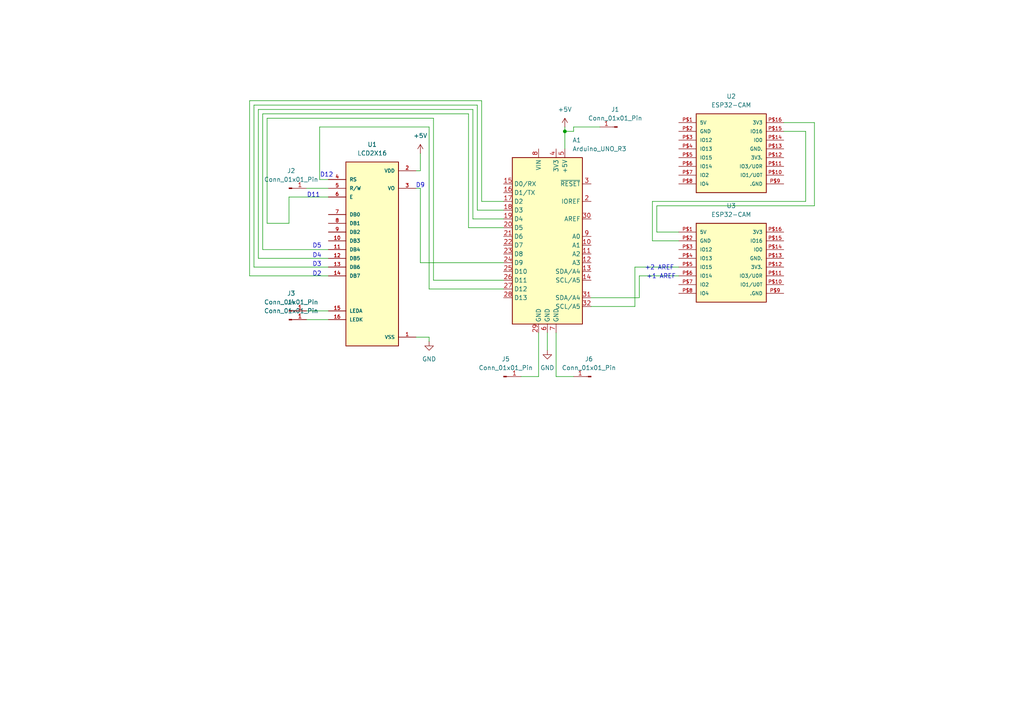
<source format=kicad_sch>
(kicad_sch (version 20231120) (generator "eeschema") (generator_version "8.0")
  (paper "A4")
  (lib_symbols
    (symbol "Connector:Conn_01x01_Pin" (pin_names (offset 1.016) hide)
      (property "Reference" "J" (at 0 2.54 0))
      (property "Value" "Conn_01x01_Pin" (at 0 -2.54 0))
      (symbol "Conn_01x01_Pin_1_1"
        (polyline (pts (xy 1.27 0) (xy 0.8636 0)) (stroke (width 0.1524)))
        (rectangle (start 0.8636 0.127) (end 0 -0.127) (stroke (width 0.1524)) (fill (type outline)))
        (pin passive line (at 5.08 0 180) (length 3.81) (name "Pin_1") (number "1"))
      )
    )
    (symbol "ESP32-CAM:ESP32-CAM" (pin_names (offset 1.016))
      (property "Reference" "U" (at -10.16 20.32 0))
      (property "Value" "ESP32-CAM" (at 0 0 0))
      (symbol "ESP32-CAM_0_0"
        (rectangle (start -10.16 -5.08) (end 10.16 17.78) (stroke (width 0.254)) (fill (type background)))
        (pin bidirectional line (at -15.24 15.24 0) (length 5.08) (name "5V") (number "P$1"))
        (pin bidirectional line (at 15.24 0 180) (length 5.08) (name "IO1/U0T") (number "P$10"))
        (pin bidirectional line (at 15.24 2.54 180) (length 5.08) (name "IO3/U0R") (number "P$11"))
        (pin bidirectional line (at 15.24 5.08 180) (length 5.08) (name "3V3.") (number "P$12"))
        (pin bidirectional line (at 15.24 7.62 180) (length 5.08) (name "GND.") (number "P$13"))
        (pin bidirectional line (at 15.24 10.16 180) (length 5.08) (name "IO0") (number "P$14"))
        (pin bidirectional line (at 15.24 12.7 180) (length 5.08) (name "IO16") (number "P$15"))
        (pin bidirectional line (at 15.24 15.24 180) (length 5.08) (name "3V3") (number "P$16"))
        (pin bidirectional line (at -15.24 12.7 0) (length 5.08) (name "GND") (number "P$2"))
        (pin bidirectional line (at -15.24 10.16 0) (length 5.08) (name "IO12") (number "P$3"))
        (pin bidirectional line (at -15.24 7.62 0) (length 5.08) (name "IO13") (number "P$4"))
        (pin bidirectional line (at -15.24 5.08 0) (length 5.08) (name "IO15") (number "P$5"))
        (pin bidirectional line (at -15.24 2.54 0) (length 5.08) (name "IO14") (number "P$6"))
        (pin bidirectional line (at -15.24 0 0) (length 5.08) (name "IO2") (number "P$7"))
        (pin bidirectional line (at -15.24 -2.54 0) (length 5.08) (name "IO4") (number "P$8"))
        (pin bidirectional line (at 15.24 -2.54 180) (length 5.08) (name ".GND") (number "P$9"))
      )
    )
    (symbol "LCD 16x4(16x2) Display:LCD2X16" (pin_names (offset 1.016))
      (property "Reference" "U" (at -7.62 25.4 0))
      (property "Value" "LCD2X16" (at -7.62 -30.48 0))
      (symbol "LCD2X16_0_0"
        (rectangle (start -7.62 -27.94) (end 7.62 25.4) (stroke (width 0.254)) (fill (type background)))
        (pin power_in line (at 12.7 -25.4 180) (length 5.08) (name "VSS") (number "1"))
        (pin bidirectional line (at -12.7 2.54 0) (length 5.08) (name "DB3") (number "10"))
        (pin bidirectional line (at -12.7 0 0) (length 5.08) (name "DB4") (number "11"))
        (pin bidirectional line (at -12.7 -2.54 0) (length 5.08) (name "DB5") (number "12"))
        (pin bidirectional line (at -12.7 -5.08 0) (length 5.08) (name "DB6") (number "13"))
        (pin bidirectional line (at -12.7 -7.62 0) (length 5.08) (name "DB7") (number "14"))
        (pin passive line (at -12.7 -17.78 0) (length 5.08) (name "LEDA") (number "15"))
        (pin passive line (at -12.7 -20.32 0) (length 5.08) (name "LEDK") (number "16"))
        (pin power_in line (at 12.7 22.86 180) (length 5.08) (name "VDD") (number "2"))
        (pin passive line (at 12.7 17.78 180) (length 5.08) (name "VO") (number "3"))
        (pin input line (at -12.7 20.32 0) (length 5.08) (name "RS") (number "4"))
        (pin input line (at -12.7 17.78 0) (length 5.08) (name "R/W") (number "5"))
        (pin input line (at -12.7 15.24 0) (length 5.08) (name "E") (number "6"))
        (pin bidirectional line (at -12.7 10.16 0) (length 5.08) (name "DB0") (number "7"))
        (pin bidirectional line (at -12.7 7.62 0) (length 5.08) (name "DB1") (number "8"))
        (pin bidirectional line (at -12.7 5.08 0) (length 5.08) (name "DB2") (number "9"))
      )
    )
    (symbol "MCU_Module:Arduino_UNO_R3"
      (property "Reference" "A" (at -10.16 23.495 0))
      (property "Value" "Arduino_UNO_R3" (at 5.08 -26.67 0))
      (symbol "Arduino_UNO_R3_0_1"
        (rectangle (start -10.16 22.86) (end 10.16 -25.4) (stroke (width 0.254)) (fill (type background)))
      )
      (symbol "Arduino_UNO_R3_1_1"
        (pin no_connect line (at -10.16 -20.32 0) (length 2.54) hide (name "NC") (number "1"))
        (pin bidirectional line (at 12.7 -2.54 180) (length 2.54) (name "A1") (number "10"))
        (pin bidirectional line (at 12.7 -5.08 180) (length 2.54) (name "A2") (number "11"))
        (pin bidirectional line (at 12.7 -7.62 180) (length 2.54) (name "A3") (number "12"))
        (pin bidirectional line (at 12.7 -10.16 180) (length 2.54) (name "SDA/A4") (number "13"))
        (pin bidirectional line (at 12.7 -12.7 180) (length 2.54) (name "SCL/A5") (number "14"))
        (pin bidirectional line (at -12.7 15.24 0) (length 2.54) (name "D0/RX") (number "15"))
        (pin bidirectional line (at -12.7 12.7 0) (length 2.54) (name "D1/TX") (number "16"))
        (pin bidirectional line (at -12.7 10.16 0) (length 2.54) (name "D2") (number "17"))
        (pin bidirectional line (at -12.7 7.62 0) (length 2.54) (name "D3") (number "18"))
        (pin bidirectional line (at -12.7 5.08 0) (length 2.54) (name "D4") (number "19"))
        (pin output line (at 12.7 10.16 180) (length 2.54) (name "IOREF") (number "2"))
        (pin bidirectional line (at -12.7 2.54 0) (length 2.54) (name "D5") (number "20"))
        (pin bidirectional line (at -12.7 0 0) (length 2.54) (name "D6") (number "21"))
        (pin bidirectional line (at -12.7 -2.54 0) (length 2.54) (name "D7") (number "22"))
        (pin bidirectional line (at -12.7 -5.08 0) (length 2.54) (name "D8") (number "23"))
        (pin bidirectional line (at -12.7 -7.62 0) (length 2.54) (name "D9") (number "24"))
        (pin bidirectional line (at -12.7 -10.16 0) (length 2.54) (name "D10") (number "25"))
        (pin bidirectional line (at -12.7 -12.7 0) (length 2.54) (name "D11") (number "26"))
        (pin bidirectional line (at -12.7 -15.24 0) (length 2.54) (name "D12") (number "27"))
        (pin bidirectional line (at -12.7 -17.78 0) (length 2.54) (name "D13") (number "28"))
        (pin power_in line (at -2.54 -27.94 90) (length 2.54) (name "GND") (number "29"))
        (pin input line (at 12.7 15.24 180) (length 2.54) (name "~{RESET}") (number "3"))
        (pin input line (at 12.7 5.08 180) (length 2.54) (name "AREF") (number "30"))
        (pin bidirectional line (at 12.7 -17.78 180) (length 2.54) (name "SDA/A4") (number "31"))
        (pin bidirectional line (at 12.7 -20.32 180) (length 2.54) (name "SCL/A5") (number "32"))
        (pin power_out line (at 2.54 25.4 270) (length 2.54) (name "3V3") (number "4"))
        (pin power_out line (at 5.08 25.4 270) (length 2.54) (name "+5V") (number "5"))
        (pin power_in line (at 0 -27.94 90) (length 2.54) (name "GND") (number "6"))
        (pin power_in line (at 2.54 -27.94 90) (length 2.54) (name "GND") (number "7"))
        (pin power_in line (at -2.54 25.4 270) (length 2.54) (name "VIN") (number "8"))
        (pin bidirectional line (at 12.7 0 180) (length 2.54) (name "A0") (number "9"))
      )
    )
    (symbol "power:+5V" (power) (pin_numbers hide) (pin_names (offset 0) hide)
      (property "Value" "+5V" (at 0 3.556 0))
      (symbol "+5V_0_1"
        (polyline (pts (xy -0.762 1.27) (xy 0 2.54)))
        (polyline (pts (xy 0 0) (xy 0 2.54)))
        (polyline (pts (xy 0 2.54) (xy 0.762 1.27)))
      )
      (symbol "+5V_1_1"
        (pin power_in line (at 0 0 90) (length 0) (name "~") (number "1"))
      )
    )
    (symbol "power:GND" (power) (pin_numbers hide) (pin_names (offset 0) hide)
      (property "Value" "GND" (at 0 -3.81 0))
      (symbol "GND_0_1"
        (polyline (pts (xy 0 0) (xy 0 -1.27) (xy 1.27 -1.27) (xy 0 -2.54) (xy -1.27 -1.27) (xy 0 -1.27)))
      )
      (symbol "GND_1_1"
        (pin power_in line (at 0 0 270) (length 0) (name "~") (number "1"))
      )
    )
  )
  (junction (at 163.83 38.1))
  (wire (pts (xy 190.5 67.31) (xy 196.85 67.31)))
  (wire (pts (xy 163.83 38.1) (xy 163.83 43.18)))
  (wire (pts (xy 121.92 54.61) (xy 121.92 76.2)))
  (wire (pts (xy 135.89 33.02) (xy 135.89 66.04)))
  (wire (pts (xy 88.9 54.61) (xy 95.25 54.61)))
  (wire (pts (xy 190.5 59.69) (xy 190.5 67.31)))
  (wire (pts (xy 161.29 96.52) (xy 161.29 109.22)))
  (wire (pts (xy 166.37 36.83) (xy 166.37 38.1)))
  (wire (pts (xy 137.16 63.5) (xy 146.05 63.5)))
  (wire (pts (xy 124.46 97.79) (xy 124.46 99.06)))
  (wire (pts (xy 121.92 44.45) (xy 121.92 49.53)))
  (wire (pts (xy 138.43 30.48) (xy 138.43 60.96)))
  (wire (pts (xy 236.22 35.56) (xy 236.22 59.69)))
  (wire (pts (xy 92.71 36.83) (xy 124.46 36.83)))
  (wire (pts (xy 185.42 86.36) (xy 171.45 86.36)))
  (wire (pts (xy 95.25 77.47) (xy 73.66 77.47)))
  (wire (pts (xy 95.25 74.93) (xy 74.93 74.93)))
  (wire (pts (xy 121.92 76.2) (xy 146.05 76.2)))
  (wire (pts (xy 92.71 52.07) (xy 92.71 36.83)))
  (wire (pts (xy 95.25 57.15) (xy 83.82 57.15)))
  (wire (pts (xy 73.66 77.47) (xy 73.66 30.48)))
  (wire (pts (xy 236.22 59.69) (xy 190.5 59.69)))
  (wire (pts (xy 95.25 72.39) (xy 76.2 72.39)))
  (wire (pts (xy 76.2 72.39) (xy 76.2 33.02)))
  (wire (pts (xy 88.9 90.17) (xy 95.25 90.17)))
  (wire (pts (xy 72.39 29.21) (xy 139.7 29.21)))
  (wire (pts (xy 196.85 80.01) (xy 185.42 80.01)))
  (wire (pts (xy 158.75 96.52) (xy 158.75 101.6)))
  (wire (pts (xy 88.9 92.71) (xy 95.25 92.71)))
  (wire (pts (xy 124.46 83.82) (xy 146.05 83.82)))
  (wire (pts (xy 227.33 38.1) (xy 233.68 38.1)))
  (wire (pts (xy 137.16 31.75) (xy 137.16 63.5)))
  (wire (pts (xy 95.25 52.07) (xy 92.71 52.07)))
  (wire (pts (xy 120.65 49.53) (xy 121.92 49.53)))
  (wire (pts (xy 227.33 35.56) (xy 236.22 35.56)))
  (wire (pts (xy 166.37 38.1) (xy 163.83 38.1)))
  (wire (pts (xy 95.25 80.01) (xy 72.39 80.01)))
  (wire (pts (xy 72.39 80.01) (xy 72.39 29.21)))
  (wire (pts (xy 161.29 109.22) (xy 166.37 109.22)))
  (wire (pts (xy 120.65 97.79) (xy 124.46 97.79)))
  (wire (pts (xy 233.68 38.1) (xy 233.68 58.42)))
  (wire (pts (xy 135.89 66.04) (xy 146.05 66.04)))
  (wire (pts (xy 125.73 81.28) (xy 146.05 81.28)))
  (wire (pts (xy 196.85 77.47) (xy 184.15 77.47)))
  (wire (pts (xy 233.68 58.42) (xy 189.23 58.42)))
  (wire (pts (xy 189.23 58.42) (xy 189.23 69.85)))
  (wire (pts (xy 184.15 77.47) (xy 184.15 88.9)))
  (wire (pts (xy 74.93 31.75) (xy 137.16 31.75)))
  (wire (pts (xy 185.42 80.01) (xy 185.42 86.36)))
  (wire (pts (xy 74.93 74.93) (xy 74.93 31.75)))
  (wire (pts (xy 189.23 69.85) (xy 196.85 69.85)))
  (wire (pts (xy 184.15 88.9) (xy 171.45 88.9)))
  (wire (pts (xy 124.46 36.83) (xy 124.46 83.82)))
  (wire (pts (xy 156.21 109.22) (xy 156.21 96.52)))
  (wire (pts (xy 76.2 33.02) (xy 135.89 33.02)))
  (wire (pts (xy 173.99 36.83) (xy 166.37 36.83)))
  (wire (pts (xy 139.7 58.42) (xy 146.05 58.42)))
  (wire (pts (xy 77.47 34.29) (xy 125.73 34.29)))
  (wire (pts (xy 83.82 64.77) (xy 77.47 64.77)))
  (wire (pts (xy 151.13 109.22) (xy 156.21 109.22)))
  (wire (pts (xy 120.65 54.61) (xy 121.92 54.61)))
  (wire (pts (xy 163.83 36.83) (xy 163.83 38.1)))
  (wire (pts (xy 73.66 30.48) (xy 138.43 30.48)))
  (wire (pts (xy 77.47 64.77) (xy 77.47 34.29)))
  (wire (pts (xy 139.7 29.21) (xy 139.7 58.42)))
  (wire (pts (xy 83.82 57.15) (xy 83.82 64.77)))
  (wire (pts (xy 125.73 34.29) (xy 125.73 81.28)))
  (wire (pts (xy 138.43 60.96) (xy 146.05 60.96)))
  (text "D11" (at 90.932 56.642 0) (effects (font (size 1.27 1.27))))
  (text "D3" (at 91.948 76.708 0) (effects (font (size 1.27 1.27))))
  (text "D4\n" (at 91.948 74.168 0) (effects (font (size 1.27 1.27))))
  (text "D5\n" (at 91.948 71.374 0) (effects (font (size 1.27 1.27))))
  (text "D2\n" (at 91.948 79.502 0) (effects (font (size 1.27 1.27))))
  (text "+2 AREF" (at 191.262 77.724 0) (effects (font (size 1.27 1.27))))
  (text "+1 AREF\n" (at 191.77 80.264 0) (effects (font (size 1.27 1.27))))
  (text "D12" (at 94.742 50.8 0) (effects (font (size 1.27 1.27))))
  (text "D9" (at 121.92 53.848 0) (effects (font (size 1.27 1.27))))
  (symbol (lib_id "Connector:Conn_01x01_Pin") (at 83.82 54.61 0) (unit 1)
    (property "Reference" "J2" (at 84.455 49.53 0))
    (property "Value" "Conn_01x01_Pin" (at 84.455 52.07 0))
    (property "Footprint" "Connector_PinHeader_2.00mm:PinHeader_1x01_P2.00mm_Vertical" (effects (hide yes)))
    (property "Description" "Generic connector, single row, 01x01, script generated" (effects (hide yes)))
  )
  (symbol (lib_id "Connector:Conn_01x01_Pin") (at 179.07 36.83 180) (unit 1)
    (property "Reference" "J1" (at 178.435 31.75 0))
    (property "Value" "Conn_01x01_Pin" (at 178.435 34.29 0))
    (property "Footprint" "Connector_PinHeader_2.00mm:PinHeader_1x01_P2.00mm_Vertical" (effects (hide yes)))
    (property "Description" "Generic connector, single row, 01x01, script generated" (effects (hide yes)))
  )
  (symbol (lib_id "Connector:Conn_01x01_Pin") (at 83.82 92.71 0) (unit 1)
    (property "Reference" "J4" (at 84.455 87.63 0))
    (property "Value" "Conn_01x01_Pin" (at 84.455 90.17 0))
    (property "Footprint" "Connector_PinHeader_2.00mm:PinHeader_1x01_P2.00mm_Vertical" (effects (hide yes)))
    (property "Description" "Generic connector, single row, 01x01, script generated" (effects (hide yes)))
  )
  (symbol (lib_id "Connector:Conn_01x01_Pin") (at 146.05 109.22 0) (unit 1)
    (property "Reference" "J5" (at 146.685 104.14 0))
    (property "Value" "Conn_01x01_Pin" (at 146.685 106.68 0))
    (property "Footprint" "Connector_PinHeader_2.00mm:PinHeader_1x01_P2.00mm_Vertical" (effects (hide yes)))
    (property "Description" "Generic connector, single row, 01x01, script generated" (effects (hide yes)))
  )
  (symbol (lib_id "ESP32-CAM:ESP32-CAM") (at 212.09 82.55 0) (unit 1)
    (property "Reference" "U3" (at 212.09 59.69 0))
    (property "Value" "ESP32-CAM" (at 212.09 62.23 0))
    (property "Footprint" "ESP32-CAM:ESP32-CAM" (effects (hide yes)))
    (property "MF" "AI-Thinker" (effects (hide yes)))
    (property "DESCRIPTION" "ESP32 ESP32 Transceiver; 802.11 a/b/g/n (Wi-Fi, WiFi, WLAN), Bluetooth® Smart 4.x Low Energy (BLE) Evaluation Board" (effects (hide yes)))
    (property "PACKAGE" "None" (effects (hide yes)))
    (property "PRICE" "None" (effects (hide yes)))
    (property "Package" "None" (effects (hide yes)))
    (property "Check_prices" "https://www.snapeda.com/parts/ESP32-CAM/AI-Thinker/view-part/?ref=eda" (effects (hide yes)))
    (property "Price" "None" (effects (hide yes)))
    (property "SnapEDA_Link" "https://www.snapeda.com/parts/ESP32-CAM/AI-Thinker/view-part/?ref=snap" (effects (hide yes)))
    (property "MP" "ESP32-CAM" (effects (hide yes)))
    (property "Availability" "Not in stock" (effects (hide yes)))
    (property "AVAILABILITY" "Not in stock" (effects (hide yes)))
    (property "Description_1" "\n                        \n                            ESP32 ESP32 Transceiver; 802.11 a/b/g/n (Wi-Fi, WiFi, WLAN), Bluetooth® Smart 4.x Low Energy (BLE) Evaluation Board\n                        \n" (effects (hide yes)))
  )
  (symbol (lib_id "power:+5V") (at 163.83 36.83 0) (unit 1)
    (property "Reference" "#PWR08" (effects (hide yes)))
    (property "Value" "+5V" (at 163.83 31.75 0))
    (property "Description" "Power symbol creates a global label with name \"+5V\"" (effects (hide yes)))
  )
  (symbol (lib_id "power:GND") (at 158.75 101.6 0) (unit 1)
    (property "Reference" "#PWR09" (effects (hide yes)))
    (property "Value" "GND" (at 158.75 106.68 0))
    (property "Description" "Power symbol creates a global label with name \"GND\" , ground" (effects (hide yes)))
  )
  (symbol (lib_id "power:+5V") (at 121.92 44.45 0) (unit 1)
    (property "Reference" "#PWR03" (effects (hide yes)))
    (property "Value" "+5V" (at 121.92 39.37 0))
    (property "Description" "Power symbol creates a global label with name \"+5V\"" (effects (hide yes)))
  )
  (symbol (lib_id "Connector:Conn_01x01_Pin") (at 171.45 109.22 180) (unit 1)
    (property "Reference" "J6" (at 170.815 104.14 0))
    (property "Value" "Conn_01x01_Pin" (at 170.815 106.68 0))
    (property "Footprint" "Connector_PinHeader_2.00mm:PinHeader_1x01_P2.00mm_Vertical" (effects (hide yes)))
    (property "Description" "Generic connector, single row, 01x01, script generated" (effects (hide yes)))
  )
  (symbol (lib_id "MCU_Module:Arduino_UNO_R3") (at 158.75 68.58 0) (unit 1)
    (property "Reference" "A1" (at 166.0241 40.64 0) (effects (justify left)))
    (property "Value" "Arduino_UNO_R3" (at 166.0241 43.18 0) (effects (justify left)))
    (property "Footprint" "Module:Arduino_UNO_R3" (effects (hide yes)))
    (property "Datasheet" "https://www.arduino.cc/en/Main/arduinoBoardUno" (effects (hide yes)))
    (property "Description" "Arduino UNO Microcontroller Module, release 3" (effects (hide yes)))
  )
  (symbol (lib_id "LCD 16x4(16x2) Display:LCD2X16") (at 107.95 72.39 0) (unit 1)
    (property "Reference" "U1" (at 107.95 41.91 0))
    (property "Value" "LCD2X16" (at 107.95 44.45 0))
    (property "Footprint" "LCD 16x4(16x2) Display:LCD_LCD2X16" (effects (hide yes)))
    (property "MF" "mikroElektronika" (effects (hide yes)))
    (property "Description_1" "\n                        \n                            Display; Display: LCD 2x16 characters (blue backlight)\n                        \n" (effects (hide yes)))
    (property "Package" "TQFP-64 mikroElektronika" (effects (hide yes)))
    (property "Price" "None" (effects (hide yes)))
    (property "Check_prices" "https://www.snapeda.com/parts/LCD%202X16/mikroElektronika/view-part/?ref=eda" (effects (hide yes)))
    (property "MAXIMUM_PACKAGE_HIEGHT" "10mm" (effects (hide yes)))
    (property "STANDARD" "Manufacturer Recommendations" (effects (hide yes)))
    (property "PARTREV" "0" (effects (hide yes)))
    (property "SnapEDA_Link" "https://www.snapeda.com/parts/LCD%202X16/mikroElektronika/view-part/?ref=snap" (effects (hide yes)))
    (property "MP" "LCD 2X16" (effects (hide yes)))
    (property "Availability" "Not in stock" (effects (hide yes)))
    (property "MANUFACTURER" "Microelektronika" (effects (hide yes)))
  )
  (symbol (lib_id "power:GND") (at 124.46 99.06 0) (unit 1)
    (property "Reference" "#PWR07" (effects (hide yes)))
    (property "Value" "GND" (at 124.46 104.14 0))
    (property "Description" "Power symbol creates a global label with name \"GND\" , ground" (effects (hide yes)))
  )
  (symbol (lib_id "ESP32-CAM:ESP32-CAM") (at 212.09 50.8 0) (unit 1)
    (property "Reference" "U2" (at 212.09 27.94 0))
    (property "Value" "ESP32-CAM" (at 212.09 30.48 0))
    (property "Footprint" "ESP32-CAM:ESP32-CAM" (effects (hide yes)))
    (property "MF" "AI-Thinker" (effects (hide yes)))
    (property "DESCRIPTION" "ESP32 ESP32 Transceiver; 802.11 a/b/g/n (Wi-Fi, WiFi, WLAN), Bluetooth® Smart 4.x Low Energy (BLE) Evaluation Board" (effects (hide yes)))
    (property "PACKAGE" "None" (effects (hide yes)))
    (property "PRICE" "None" (effects (hide yes)))
    (property "Package" "None" (effects (hide yes)))
    (property "Check_prices" "https://www.snapeda.com/parts/ESP32-CAM/AI-Thinker/view-part/?ref=eda" (effects (hide yes)))
    (property "Price" "None" (effects (hide yes)))
    (property "SnapEDA_Link" "https://www.snapeda.com/parts/ESP32-CAM/AI-Thinker/view-part/?ref=snap" (effects (hide yes)))
    (property "MP" "ESP32-CAM" (effects (hide yes)))
    (property "Availability" "Not in stock" (effects (hide yes)))
    (property "AVAILABILITY" "Not in stock" (effects (hide yes)))
    (property "Description_1" "\n                        \n                            ESP32 ESP32 Transceiver; 802.11 a/b/g/n (Wi-Fi, WiFi, WLAN), Bluetooth® Smart 4.x Low Energy (BLE) Evaluation Board\n                        \n" (effects (hide yes)))
  )
  (symbol (lib_id "Connector:Conn_01x01_Pin") (at 83.82 90.17 0) (unit 1)
    (property "Reference" "J3" (at 84.455 85.09 0))
    (property "Value" "Conn_01x01_Pin" (at 84.455 87.63 0))
    (property "Footprint" "Connector_PinHeader_2.00mm:PinHeader_1x01_P2.00mm_Vertical" (effects (hide yes)))
    (property "Description" "Generic connector, single row, 01x01, script generated" (effects (hide yes)))
  )
)
</source>
